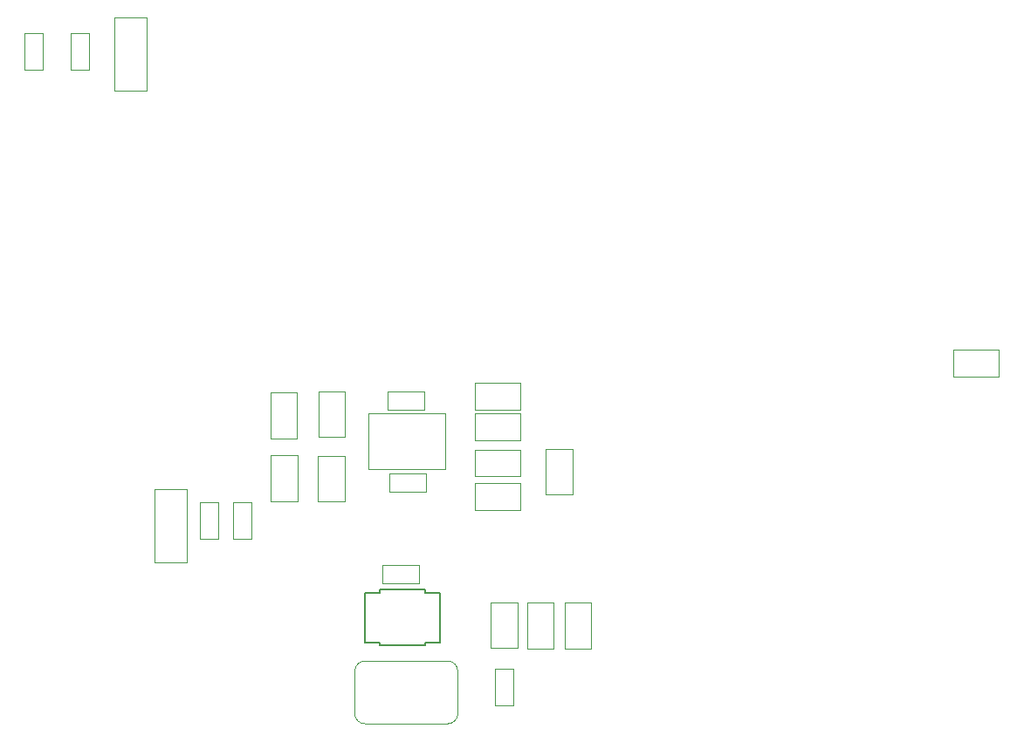
<source format=gbr>
G04*
G04 #@! TF.GenerationSoftware,Altium Limited,Altium Designer,24.1.2 (44)*
G04*
G04 Layer_Color=16737894*
%FSLAX44Y44*%
%MOMM*%
G71*
G04*
G04 #@! TF.SameCoordinates,9659F079-296E-40C6-98A9-55E0524B4074*
G04*
G04*
G04 #@! TF.FilePolarity,Positive*
G04*
G01*
G75*
%ADD12C,0.0500*%
%ADD13C,0.1000*%
%ADD64C,0.1524*%
D12*
X202640Y674470D02*
Y710030D01*
X184860Y674470D02*
X202640D01*
X184860D02*
Y710030D01*
X202640D01*
X538970Y282890D02*
X574530D01*
Y265110D02*
Y282890D01*
X538970Y265110D02*
X574530D01*
X538970D02*
Y282890D01*
X536470Y344610D02*
X572030D01*
X536470D02*
Y362390D01*
X572030D01*
Y344610D02*
Y362390D01*
X532220Y176110D02*
X567780D01*
X532220D02*
Y193890D01*
X567780D01*
Y176110D02*
Y193890D01*
X658890Y57220D02*
Y92780D01*
X641110Y57220D02*
X658890D01*
X641110D02*
Y92780D01*
X658890D01*
X387110Y219470D02*
Y255030D01*
X404890D01*
Y219470D02*
Y255030D01*
X387110Y219470D02*
X404890D01*
X229860Y674470D02*
X247640D01*
Y710030D01*
X229860D02*
X247640D01*
X229860Y674470D02*
Y710030D01*
X354610Y255030D02*
X372390D01*
X354610Y219470D02*
Y255030D01*
Y219470D02*
X372390D01*
Y255030D01*
X303025Y654500D02*
Y725500D01*
X271975D02*
X303025D01*
X271975Y654500D02*
Y725500D01*
Y654500D02*
X303025D01*
X341775Y196500D02*
Y267500D01*
X310725D02*
X341775D01*
X310725Y196500D02*
Y267500D01*
Y196500D02*
X341775D01*
X518638Y287216D02*
Y341267D01*
X592738Y287216D02*
Y341267D01*
X518638Y287216D02*
X592738D01*
X518638Y341267D02*
X592738D01*
D13*
X595000Y39500D02*
G03*
X605000Y49500I0J10000D01*
G01*
Y90500D02*
G03*
X595000Y100500I-10000J0D01*
G01*
X505000Y49500D02*
G03*
X515000Y39500I10000J0D01*
G01*
Y100500D02*
G03*
X505000Y90500I0J-10000D01*
G01*
X621500Y370750D02*
X665750D01*
X621500Y344750D02*
X665750D01*
Y370750D01*
X621500Y344750D02*
Y370750D01*
X469750Y317750D02*
Y362000D01*
X495750Y317750D02*
Y362000D01*
X469750D02*
X495750D01*
X469750Y317750D02*
X495750D01*
X469250Y255500D02*
Y299750D01*
X495250Y255500D02*
Y299750D01*
X469250D02*
X495250D01*
X469250Y255500D02*
X495250D01*
X734500Y112750D02*
Y157000D01*
X708500Y112750D02*
Y157000D01*
Y112750D02*
X734500D01*
X708500Y157000D02*
X734500D01*
X621250Y314750D02*
X665500D01*
X621250Y340750D02*
X665500D01*
X621250Y314750D02*
Y340750D01*
X665500Y314750D02*
Y340750D01*
X449250Y316750D02*
Y361000D01*
X423250Y316750D02*
Y361000D01*
Y316750D02*
X449250D01*
X423250Y361000D02*
X449250D01*
X621250Y247250D02*
X665500D01*
X621250Y273250D02*
X665500D01*
X621250Y247250D02*
Y273250D01*
X665500Y247250D02*
Y273250D01*
X1085500Y403000D02*
X1129750D01*
X1085500Y377000D02*
X1129750D01*
Y403000D01*
X1085500Y377000D02*
Y403000D01*
X621250Y279750D02*
X665500D01*
X621250Y305750D02*
X665500D01*
X621250Y279750D02*
Y305750D01*
X665500Y279750D02*
Y305750D01*
X423500Y255750D02*
Y300000D01*
X449500Y255750D02*
Y300000D01*
X423500D02*
X449500D01*
X423500Y255750D02*
X449500D01*
X716000Y262250D02*
Y306500D01*
X690000Y262250D02*
Y306500D01*
Y262250D02*
X716000D01*
X690000Y306500D02*
X716000D01*
X637000Y113000D02*
Y157250D01*
X663000Y113000D02*
Y157250D01*
X637000D02*
X663000D01*
X637000Y113000D02*
X663000D01*
X698000Y112750D02*
Y157000D01*
X672000Y112750D02*
Y157000D01*
Y112750D02*
X698000D01*
X672000Y157000D02*
X698000D01*
X605000Y49500D02*
Y90500D01*
X505000Y49500D02*
Y90500D01*
X515000Y100500D02*
X595000D01*
X515000Y39500D02*
X595000D01*
D64*
X573368Y118156D02*
X587338D01*
X573368Y115489D02*
Y118156D01*
X529172Y115489D02*
X573368D01*
X529172D02*
Y118156D01*
X515202D02*
X529172D01*
X515202D02*
Y166924D01*
X529172D01*
Y169591D01*
X573368D01*
Y166924D02*
Y169591D01*
Y166924D02*
X587338D01*
Y118156D02*
Y166924D01*
M02*

</source>
